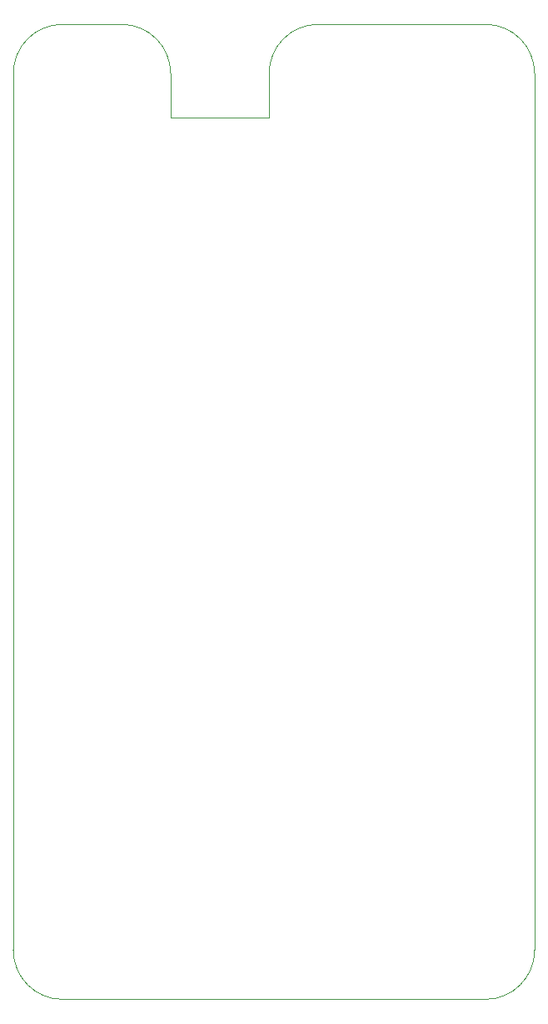
<source format=gbr>
%TF.GenerationSoftware,KiCad,Pcbnew,8.0.1*%
%TF.CreationDate,2024-04-17T14:21:35+03:00*%
%TF.ProjectId,PCB_Receiver,5043425f-5265-4636-9569-7665722e6b69,A*%
%TF.SameCoordinates,Original*%
%TF.FileFunction,Profile,NP*%
%FSLAX46Y46*%
G04 Gerber Fmt 4.6, Leading zero omitted, Abs format (unit mm)*
G04 Created by KiCad (PCBNEW 8.0.1) date 2024-04-17 14:21:35*
%MOMM*%
%LPD*%
G01*
G04 APERTURE LIST*
%TA.AperFunction,Profile*%
%ADD10C,0.050000*%
%TD*%
G04 APERTURE END LIST*
D10*
X137500000Y-46500000D02*
G75*
G02*
X142500000Y-41500000I5000000J0D01*
G01*
X122500000Y-41500000D02*
G75*
G02*
X127500000Y-46500000I0J-5000000D01*
G01*
X127500000Y-51000000D02*
X127500000Y-46500000D01*
X137500000Y-51000000D02*
X127500000Y-51000000D01*
X137500000Y-46500000D02*
X137500000Y-51000000D01*
X116500000Y-41500000D02*
X122500000Y-41500000D01*
X164500000Y-135500000D02*
G75*
G02*
X159500000Y-140500000I-5000000J0D01*
G01*
X116500000Y-140500000D02*
G75*
G02*
X111500000Y-135500000I0J5000000D01*
G01*
X111500000Y-46500000D02*
G75*
G02*
X116500000Y-41500000I5000000J0D01*
G01*
X159500000Y-41500000D02*
G75*
G02*
X164500000Y-46500000I0J-5000000D01*
G01*
X111500000Y-135500000D02*
X111500000Y-46500000D01*
X164500000Y-46500000D02*
X164500000Y-135500000D01*
X142500000Y-41500000D02*
X159500000Y-41500000D01*
X159500000Y-140500000D02*
X116500000Y-140500000D01*
M02*

</source>
